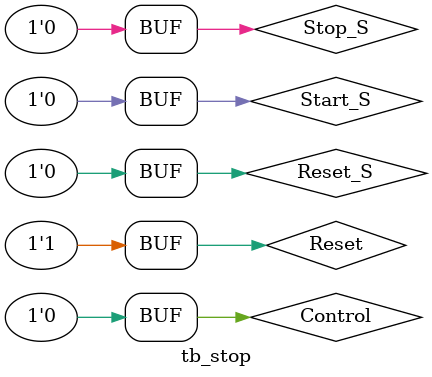
<source format=v>
`timescale 100us/1us

module tb_stop();


wire[3:0] Hours_S;
wire[5:0] Mins_S, Secs_S;
wire[9:0] MSecs_S;

wire Clock_1Sec, Clock_1MSec, Clock_5k;
reg Reset, Start_S, Stop_S, Reset_S, Control;

clock_gen clk_gen_stop(Clock_5K, Clock_1Sec, Clock_1MSec);

stop stopwtch(Clock_1MSec, Reset, Start_S, Stop_S, Reset_S, 
		Hours_S, Mins_S, Secs_S, MSecs_S, Control);

initial
begin
		Reset=1; Start_S=0; Control=0; Reset_S=0; Stop_S=0;


end
endmodule


</source>
